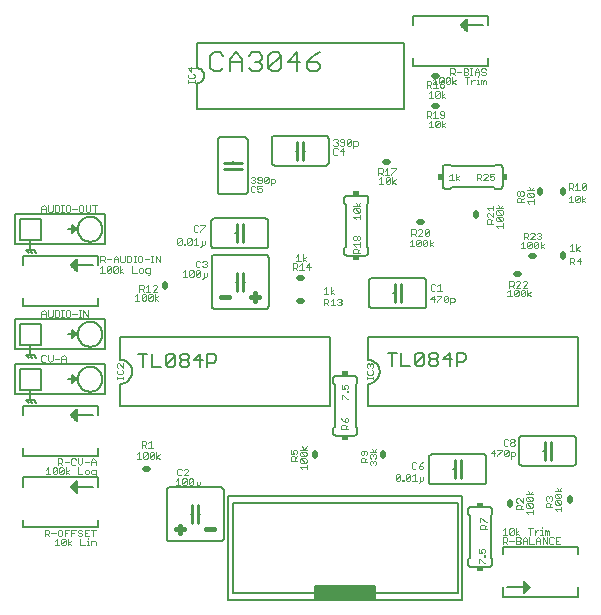
<source format=gto>
G75*
%MOIN*%
%OFA0B0*%
%FSLAX24Y24*%
%IPPOS*%
%LPD*%
%AMOC8*
5,1,8,0,0,1.08239X$1,22.5*
%
%ADD10C,0.0160*%
%ADD11C,0.0060*%
%ADD12C,0.0020*%
%ADD13C,0.0050*%
%ADD14C,0.0070*%
%ADD15R,0.0200X0.0150*%
%ADD16C,0.0100*%
%ADD17C,0.0200*%
%ADD18R,0.0150X0.0200*%
%ADD19R,0.1990X0.0450*%
D10*
X006015Y002515D02*
X006265Y002515D01*
X006140Y002640D02*
X006140Y002390D01*
X007015Y002515D02*
X007265Y002515D01*
X008640Y010140D02*
X008640Y010390D01*
X008515Y010265D02*
X008765Y010265D01*
X007765Y010265D02*
X007515Y010265D01*
D11*
X007190Y009965D02*
X007192Y009948D01*
X007196Y009931D01*
X007203Y009915D01*
X007213Y009901D01*
X007226Y009888D01*
X007240Y009878D01*
X007256Y009871D01*
X007273Y009867D01*
X007290Y009865D01*
X008990Y009865D01*
X009007Y009867D01*
X009024Y009871D01*
X009040Y009878D01*
X009054Y009888D01*
X009067Y009901D01*
X009077Y009915D01*
X009084Y009931D01*
X009088Y009948D01*
X009090Y009965D01*
X009090Y011565D01*
X009088Y011582D01*
X009084Y011599D01*
X009077Y011615D01*
X009067Y011629D01*
X009054Y011642D01*
X009040Y011652D01*
X009024Y011659D01*
X009007Y011663D01*
X008990Y011665D01*
X007290Y011665D01*
X007273Y011663D01*
X007256Y011659D01*
X007240Y011652D01*
X007226Y011642D01*
X007213Y011629D01*
X007203Y011615D01*
X007196Y011599D01*
X007192Y011582D01*
X007190Y011565D01*
X007190Y009965D01*
X007990Y010765D02*
X008040Y010765D01*
X008240Y010765D02*
X008290Y010765D01*
X008980Y011879D02*
X007280Y011879D01*
X007263Y011881D01*
X007246Y011885D01*
X007230Y011892D01*
X007216Y011902D01*
X007203Y011915D01*
X007193Y011929D01*
X007186Y011945D01*
X007182Y011962D01*
X007180Y011979D01*
X007180Y012779D01*
X007182Y012796D01*
X007186Y012813D01*
X007193Y012829D01*
X007203Y012843D01*
X007216Y012856D01*
X007230Y012866D01*
X007246Y012873D01*
X007263Y012877D01*
X007280Y012879D01*
X008980Y012879D01*
X008997Y012877D01*
X009014Y012873D01*
X009030Y012866D01*
X009044Y012856D01*
X009057Y012843D01*
X009067Y012829D01*
X009074Y012813D01*
X009078Y012796D01*
X009080Y012779D01*
X009080Y011979D01*
X009078Y011962D01*
X009074Y011945D01*
X009067Y011929D01*
X009057Y011915D01*
X009044Y011902D01*
X009030Y011892D01*
X009014Y011885D01*
X008997Y011881D01*
X008980Y011879D01*
X008280Y012379D02*
X008230Y012379D01*
X008030Y012379D02*
X007980Y012379D01*
X008290Y013690D02*
X007490Y013690D01*
X007473Y013692D01*
X007456Y013696D01*
X007440Y013703D01*
X007426Y013713D01*
X007413Y013726D01*
X007403Y013740D01*
X007396Y013756D01*
X007392Y013773D01*
X007390Y013790D01*
X007390Y015490D01*
X007392Y015507D01*
X007396Y015524D01*
X007403Y015540D01*
X007413Y015554D01*
X007426Y015567D01*
X007440Y015577D01*
X007456Y015584D01*
X007473Y015588D01*
X007490Y015590D01*
X008290Y015590D01*
X008307Y015588D01*
X008324Y015584D01*
X008340Y015577D01*
X008354Y015567D01*
X008367Y015554D01*
X008377Y015540D01*
X008384Y015524D01*
X008388Y015507D01*
X008390Y015490D01*
X008390Y013790D01*
X008388Y013773D01*
X008384Y013756D01*
X008377Y013740D01*
X008367Y013726D01*
X008354Y013713D01*
X008340Y013703D01*
X008324Y013696D01*
X008307Y013692D01*
X008290Y013690D01*
X007890Y014490D02*
X007890Y014540D01*
X007890Y014740D02*
X007890Y014790D01*
X009190Y014740D02*
X009190Y015540D01*
X009192Y015557D01*
X009196Y015574D01*
X009203Y015590D01*
X009213Y015604D01*
X009226Y015617D01*
X009240Y015627D01*
X009256Y015634D01*
X009273Y015638D01*
X009290Y015640D01*
X010990Y015640D01*
X011007Y015638D01*
X011024Y015634D01*
X011040Y015627D01*
X011054Y015617D01*
X011067Y015604D01*
X011077Y015590D01*
X011084Y015574D01*
X011088Y015557D01*
X011090Y015540D01*
X011090Y014740D01*
X011088Y014723D01*
X011084Y014706D01*
X011077Y014690D01*
X011067Y014676D01*
X011054Y014663D01*
X011040Y014653D01*
X011024Y014646D01*
X011007Y014642D01*
X010990Y014640D01*
X009290Y014640D01*
X009273Y014642D01*
X009256Y014646D01*
X009240Y014653D01*
X009226Y014663D01*
X009213Y014676D01*
X009203Y014690D01*
X009196Y014706D01*
X009192Y014723D01*
X009190Y014740D01*
X009990Y015140D02*
X010040Y015140D01*
X010240Y015140D02*
X010290Y015140D01*
X011715Y013640D02*
X012315Y013640D01*
X012332Y013638D01*
X012349Y013634D01*
X012365Y013627D01*
X012379Y013617D01*
X012392Y013604D01*
X012402Y013590D01*
X012409Y013574D01*
X012413Y013557D01*
X012415Y013540D01*
X012415Y013390D01*
X012365Y013340D01*
X012365Y011940D01*
X012415Y011890D01*
X012415Y011740D01*
X012413Y011723D01*
X012409Y011706D01*
X012402Y011690D01*
X012392Y011676D01*
X012379Y011663D01*
X012365Y011653D01*
X012349Y011646D01*
X012332Y011642D01*
X012315Y011640D01*
X011715Y011640D01*
X011698Y011642D01*
X011681Y011646D01*
X011665Y011653D01*
X011651Y011663D01*
X011638Y011676D01*
X011628Y011690D01*
X011621Y011706D01*
X011617Y011723D01*
X011615Y011740D01*
X011615Y011890D01*
X011665Y011940D01*
X011665Y013340D01*
X011615Y013390D01*
X011615Y013540D01*
X011617Y013557D01*
X011621Y013574D01*
X011628Y013590D01*
X011638Y013604D01*
X011651Y013617D01*
X011665Y013627D01*
X011681Y013634D01*
X011698Y013638D01*
X011715Y013640D01*
X012540Y010890D02*
X014240Y010890D01*
X014257Y010888D01*
X014274Y010884D01*
X014290Y010877D01*
X014304Y010867D01*
X014317Y010854D01*
X014327Y010840D01*
X014334Y010824D01*
X014338Y010807D01*
X014340Y010790D01*
X014340Y009990D01*
X014338Y009973D01*
X014334Y009956D01*
X014327Y009940D01*
X014317Y009926D01*
X014304Y009913D01*
X014290Y009903D01*
X014274Y009896D01*
X014257Y009892D01*
X014240Y009890D01*
X012540Y009890D01*
X012523Y009892D01*
X012506Y009896D01*
X012490Y009903D01*
X012476Y009913D01*
X012463Y009926D01*
X012453Y009940D01*
X012446Y009956D01*
X012442Y009973D01*
X012440Y009990D01*
X012440Y010790D01*
X012442Y010807D01*
X012446Y010824D01*
X012453Y010840D01*
X012463Y010854D01*
X012476Y010867D01*
X012490Y010877D01*
X012506Y010884D01*
X012523Y010888D01*
X012540Y010890D01*
X013240Y010390D02*
X013290Y010390D01*
X013490Y010390D02*
X013540Y010390D01*
X012390Y008915D02*
X012390Y008165D01*
X012429Y008163D01*
X012468Y008157D01*
X012506Y008148D01*
X012543Y008135D01*
X012579Y008118D01*
X012612Y008098D01*
X012644Y008074D01*
X012673Y008048D01*
X012699Y008019D01*
X012723Y007987D01*
X012743Y007954D01*
X012760Y007918D01*
X012773Y007881D01*
X012782Y007843D01*
X012788Y007804D01*
X012790Y007765D01*
X012788Y007726D01*
X012782Y007687D01*
X012773Y007649D01*
X012760Y007612D01*
X012743Y007576D01*
X012723Y007543D01*
X012699Y007511D01*
X012673Y007482D01*
X012644Y007456D01*
X012612Y007432D01*
X012579Y007412D01*
X012543Y007395D01*
X012506Y007382D01*
X012468Y007373D01*
X012429Y007367D01*
X012390Y007365D01*
X012390Y006615D01*
X019390Y006615D01*
X019390Y008915D01*
X012390Y008915D01*
X011940Y007640D02*
X011340Y007640D01*
X011323Y007638D01*
X011306Y007634D01*
X011290Y007627D01*
X011276Y007617D01*
X011263Y007604D01*
X011253Y007590D01*
X011246Y007574D01*
X011242Y007557D01*
X011240Y007540D01*
X011240Y007390D01*
X011290Y007340D01*
X011290Y005940D01*
X011240Y005890D01*
X011240Y005740D01*
X011242Y005723D01*
X011246Y005706D01*
X011253Y005690D01*
X011263Y005676D01*
X011276Y005663D01*
X011290Y005653D01*
X011306Y005646D01*
X011323Y005642D01*
X011340Y005640D01*
X011940Y005640D01*
X011957Y005642D01*
X011974Y005646D01*
X011990Y005653D01*
X012004Y005663D01*
X012017Y005676D01*
X012027Y005690D01*
X012034Y005706D01*
X012038Y005723D01*
X012040Y005740D01*
X012040Y005890D01*
X011990Y005940D01*
X011990Y007340D01*
X012040Y007390D01*
X012040Y007540D01*
X012038Y007557D01*
X012034Y007574D01*
X012027Y007590D01*
X012017Y007604D01*
X012004Y007617D01*
X011990Y007627D01*
X011974Y007634D01*
X011957Y007638D01*
X011940Y007640D01*
X011140Y006615D02*
X011140Y008915D01*
X004140Y008915D01*
X004140Y008165D01*
X004179Y008163D01*
X004218Y008157D01*
X004256Y008148D01*
X004293Y008135D01*
X004329Y008118D01*
X004362Y008098D01*
X004394Y008074D01*
X004423Y008048D01*
X004449Y008019D01*
X004473Y007987D01*
X004493Y007954D01*
X004510Y007918D01*
X004523Y007881D01*
X004532Y007843D01*
X004538Y007804D01*
X004540Y007765D01*
X004538Y007726D01*
X004532Y007687D01*
X004523Y007649D01*
X004510Y007612D01*
X004493Y007576D01*
X004473Y007543D01*
X004449Y007511D01*
X004423Y007482D01*
X004394Y007456D01*
X004362Y007432D01*
X004329Y007412D01*
X004293Y007395D01*
X004256Y007382D01*
X004218Y007373D01*
X004179Y007367D01*
X004140Y007365D01*
X004140Y006615D01*
X011140Y006615D01*
X014440Y004915D02*
X014440Y004115D01*
X014442Y004098D01*
X014446Y004081D01*
X014453Y004065D01*
X014463Y004051D01*
X014476Y004038D01*
X014490Y004028D01*
X014506Y004021D01*
X014523Y004017D01*
X014540Y004015D01*
X016240Y004015D01*
X016257Y004017D01*
X016274Y004021D01*
X016290Y004028D01*
X016304Y004038D01*
X016317Y004051D01*
X016327Y004065D01*
X016334Y004081D01*
X016338Y004098D01*
X016340Y004115D01*
X016340Y004915D01*
X016338Y004932D01*
X016334Y004949D01*
X016327Y004965D01*
X016317Y004979D01*
X016304Y004992D01*
X016290Y005002D01*
X016274Y005009D01*
X016257Y005013D01*
X016240Y005015D01*
X014540Y005015D01*
X014523Y005013D01*
X014506Y005009D01*
X014490Y005002D01*
X014476Y004992D01*
X014463Y004979D01*
X014453Y004965D01*
X014446Y004949D01*
X014442Y004932D01*
X014440Y004915D01*
X015240Y004515D02*
X015290Y004515D01*
X015490Y004515D02*
X015540Y004515D01*
X015840Y003265D02*
X016440Y003265D01*
X016457Y003263D01*
X016474Y003259D01*
X016490Y003252D01*
X016504Y003242D01*
X016517Y003229D01*
X016527Y003215D01*
X016534Y003199D01*
X016538Y003182D01*
X016540Y003165D01*
X016540Y003015D01*
X016490Y002965D01*
X016490Y001565D01*
X016540Y001515D01*
X016540Y001365D01*
X016538Y001348D01*
X016534Y001331D01*
X016527Y001315D01*
X016517Y001301D01*
X016504Y001288D01*
X016490Y001278D01*
X016474Y001271D01*
X016457Y001267D01*
X016440Y001265D01*
X015840Y001265D01*
X015823Y001267D01*
X015806Y001271D01*
X015790Y001278D01*
X015776Y001288D01*
X015763Y001301D01*
X015753Y001315D01*
X015746Y001331D01*
X015742Y001348D01*
X015740Y001365D01*
X015740Y001515D01*
X015790Y001565D01*
X015790Y002965D01*
X015740Y003015D01*
X015740Y003165D01*
X015742Y003182D01*
X015746Y003199D01*
X015753Y003215D01*
X015763Y003229D01*
X015776Y003242D01*
X015790Y003252D01*
X015806Y003259D01*
X015823Y003263D01*
X015840Y003265D01*
X016890Y001940D02*
X016890Y001690D01*
X016890Y001940D02*
X019390Y001940D01*
X019390Y001690D01*
X019390Y000590D02*
X019390Y000270D01*
X016890Y000270D01*
X016890Y000590D01*
X017040Y000590D02*
X017640Y000590D01*
X017640Y000440D01*
X017590Y000390D01*
X017590Y000790D01*
X017640Y000740D01*
X017640Y000590D01*
X017790Y000590D01*
X017740Y000640D01*
X017690Y000690D01*
X017640Y000740D01*
X017690Y000690D02*
X017690Y000490D01*
X017740Y000540D01*
X017740Y000640D01*
X017790Y000590D02*
X017740Y000540D01*
X017690Y000490D02*
X017640Y000440D01*
X017540Y004640D02*
X019240Y004640D01*
X019257Y004642D01*
X019274Y004646D01*
X019290Y004653D01*
X019304Y004663D01*
X019317Y004676D01*
X019327Y004690D01*
X019334Y004706D01*
X019338Y004723D01*
X019340Y004740D01*
X019340Y005540D01*
X019338Y005557D01*
X019334Y005574D01*
X019327Y005590D01*
X019317Y005604D01*
X019304Y005617D01*
X019290Y005627D01*
X019274Y005634D01*
X019257Y005638D01*
X019240Y005640D01*
X017540Y005640D01*
X017523Y005638D01*
X017506Y005634D01*
X017490Y005627D01*
X017476Y005617D01*
X017463Y005604D01*
X017453Y005590D01*
X017446Y005574D01*
X017442Y005557D01*
X017440Y005540D01*
X017440Y004740D01*
X017442Y004723D01*
X017446Y004706D01*
X017453Y004690D01*
X017463Y004676D01*
X017476Y004663D01*
X017490Y004653D01*
X017506Y004646D01*
X017523Y004642D01*
X017540Y004640D01*
X018240Y005140D02*
X018290Y005140D01*
X018490Y005140D02*
X018540Y005140D01*
X016790Y013865D02*
X016640Y013865D01*
X016590Y013915D01*
X015190Y013915D01*
X015140Y013865D01*
X014990Y013865D01*
X014973Y013867D01*
X014956Y013871D01*
X014940Y013878D01*
X014926Y013888D01*
X014913Y013901D01*
X014903Y013915D01*
X014896Y013931D01*
X014892Y013948D01*
X014890Y013965D01*
X014890Y014565D01*
X014892Y014582D01*
X014896Y014599D01*
X014903Y014615D01*
X014913Y014629D01*
X014926Y014642D01*
X014940Y014652D01*
X014956Y014659D01*
X014973Y014663D01*
X014990Y014665D01*
X015140Y014665D01*
X015190Y014615D01*
X016590Y014615D01*
X016640Y014665D01*
X016790Y014665D01*
X016807Y014663D01*
X016824Y014659D01*
X016840Y014652D01*
X016854Y014642D01*
X016867Y014629D01*
X016877Y014615D01*
X016884Y014599D01*
X016888Y014582D01*
X016890Y014565D01*
X016890Y013965D01*
X016888Y013948D01*
X016884Y013931D01*
X016877Y013915D01*
X016867Y013901D01*
X016854Y013888D01*
X016840Y013878D01*
X016824Y013871D01*
X016807Y013867D01*
X016790Y013865D01*
X013590Y016540D02*
X013590Y018740D01*
X006690Y018740D01*
X006690Y017890D01*
X006720Y017888D01*
X006750Y017883D01*
X006779Y017874D01*
X006806Y017861D01*
X006832Y017846D01*
X006856Y017827D01*
X006877Y017806D01*
X006896Y017782D01*
X006911Y017756D01*
X006924Y017729D01*
X006933Y017700D01*
X006938Y017670D01*
X006940Y017640D01*
X006938Y017610D01*
X006933Y017580D01*
X006924Y017551D01*
X006911Y017524D01*
X006896Y017498D01*
X006877Y017474D01*
X006856Y017453D01*
X006832Y017434D01*
X006806Y017419D01*
X006779Y017406D01*
X006750Y017397D01*
X006720Y017392D01*
X006690Y017390D01*
X006690Y016540D01*
X013590Y016540D01*
X013890Y017965D02*
X013890Y018215D01*
X013890Y017965D02*
X016390Y017965D01*
X016390Y018215D01*
X015690Y019115D02*
X015690Y019515D01*
X015640Y019465D01*
X015640Y019315D01*
X015640Y019165D01*
X015690Y019115D01*
X015640Y019165D02*
X015590Y019215D01*
X015540Y019265D01*
X015540Y019365D01*
X015590Y019415D01*
X015640Y019465D01*
X015590Y019415D02*
X015590Y019215D01*
X015540Y019265D02*
X015490Y019315D01*
X015640Y019315D01*
X016240Y019315D01*
X016390Y019315D02*
X016390Y019635D01*
X013890Y019635D01*
X013890Y019315D01*
X015490Y019315D02*
X015540Y019365D01*
X003390Y011635D02*
X003390Y011315D01*
X003240Y011315D02*
X002640Y011315D01*
X002640Y011465D01*
X002690Y011515D01*
X002690Y011115D01*
X002640Y011165D01*
X002640Y011315D01*
X002490Y011315D01*
X002540Y011265D01*
X002590Y011215D01*
X002640Y011165D01*
X002590Y011215D02*
X002590Y011415D01*
X002540Y011365D01*
X002540Y011265D01*
X002490Y011315D02*
X002540Y011365D01*
X002590Y011415D02*
X002640Y011465D01*
X003390Y011635D02*
X000890Y011635D01*
X000890Y011315D01*
X000890Y010215D02*
X000890Y009965D01*
X003390Y009965D01*
X003390Y010215D01*
X003390Y006635D02*
X000890Y006635D01*
X000890Y006315D01*
X000890Y005215D02*
X000890Y004965D01*
X003390Y004965D01*
X003390Y005215D01*
X002690Y006115D02*
X002690Y006515D01*
X002640Y006465D01*
X002640Y006315D01*
X002640Y006165D01*
X002690Y006115D01*
X002640Y006165D02*
X002590Y006215D01*
X002540Y006265D01*
X002540Y006365D01*
X002590Y006415D01*
X002640Y006465D01*
X002590Y006415D02*
X002590Y006215D01*
X002540Y006265D02*
X002490Y006315D01*
X002640Y006315D01*
X003240Y006315D01*
X003390Y006315D02*
X003390Y006635D01*
X002540Y006365D02*
X002490Y006315D01*
X003390Y004260D02*
X000890Y004260D01*
X000890Y003940D01*
X000890Y002840D02*
X000890Y002590D01*
X003390Y002590D01*
X003390Y002840D01*
X002690Y003740D02*
X002690Y004140D01*
X002640Y004090D01*
X002640Y003940D01*
X002640Y003790D01*
X002690Y003740D01*
X002640Y003790D02*
X002590Y003840D01*
X002540Y003890D01*
X002540Y003990D01*
X002590Y004040D01*
X002640Y004090D01*
X002590Y004040D02*
X002590Y003840D01*
X002540Y003890D02*
X002490Y003940D01*
X002640Y003940D01*
X003240Y003940D01*
X003390Y003940D02*
X003390Y004260D01*
X002540Y003990D02*
X002490Y003940D01*
X005690Y003815D02*
X005690Y002215D01*
X005692Y002198D01*
X005696Y002181D01*
X005703Y002165D01*
X005713Y002151D01*
X005726Y002138D01*
X005740Y002128D01*
X005756Y002121D01*
X005773Y002117D01*
X005790Y002115D01*
X007490Y002115D01*
X007507Y002117D01*
X007524Y002121D01*
X007540Y002128D01*
X007554Y002138D01*
X007567Y002151D01*
X007577Y002165D01*
X007584Y002181D01*
X007588Y002198D01*
X007590Y002215D01*
X007590Y003815D01*
X007588Y003832D01*
X007584Y003849D01*
X007577Y003865D01*
X007567Y003879D01*
X007554Y003892D01*
X007540Y003902D01*
X007524Y003909D01*
X007507Y003913D01*
X007490Y003915D01*
X005790Y003915D01*
X005773Y003913D01*
X005756Y003909D01*
X005740Y003902D01*
X005726Y003892D01*
X005713Y003879D01*
X005703Y003865D01*
X005696Y003849D01*
X005692Y003832D01*
X005690Y003815D01*
X006490Y003015D02*
X006540Y003015D01*
X006740Y003015D02*
X006790Y003015D01*
D12*
X002110Y001980D02*
X001964Y001980D01*
X002037Y001980D02*
X002037Y002200D01*
X001964Y002127D01*
X002111Y002280D02*
X002184Y002280D01*
X002221Y002317D01*
X002221Y002463D01*
X002184Y002500D01*
X002111Y002500D01*
X002074Y002463D01*
X002074Y002317D01*
X002111Y002280D01*
X002221Y002200D02*
X002185Y002163D01*
X002185Y002017D01*
X002331Y002163D01*
X002331Y002017D01*
X002295Y001980D01*
X002221Y001980D01*
X002185Y002017D01*
X002221Y002200D02*
X002295Y002200D01*
X002331Y002163D01*
X002406Y002200D02*
X002406Y001980D01*
X002406Y002053D02*
X002516Y001980D01*
X002406Y002053D02*
X002516Y002127D01*
X002516Y002280D02*
X002516Y002500D01*
X002663Y002500D01*
X002737Y002463D02*
X002737Y002427D01*
X002774Y002390D01*
X002847Y002390D01*
X002884Y002353D01*
X002884Y002317D01*
X002847Y002280D01*
X002774Y002280D01*
X002737Y002317D01*
X002811Y002200D02*
X002811Y001980D01*
X002957Y001980D01*
X003032Y001980D02*
X003105Y001980D01*
X003068Y001980D02*
X003068Y002127D01*
X003032Y002127D01*
X003068Y002200D02*
X003068Y002237D01*
X003105Y002280D02*
X002958Y002280D01*
X002958Y002500D01*
X003105Y002500D01*
X003179Y002500D02*
X003326Y002500D01*
X003252Y002500D02*
X003252Y002280D01*
X003289Y002127D02*
X003179Y002127D01*
X003179Y001980D01*
X003326Y001980D02*
X003326Y002090D01*
X003289Y002127D01*
X003031Y002390D02*
X002958Y002390D01*
X002884Y002463D02*
X002847Y002500D01*
X002774Y002500D01*
X002737Y002463D01*
X002589Y002390D02*
X002516Y002390D01*
X002442Y002500D02*
X002295Y002500D01*
X002295Y002280D01*
X002295Y002390D02*
X002368Y002390D01*
X002000Y002390D02*
X001853Y002390D01*
X001779Y002390D02*
X001779Y002463D01*
X001742Y002500D01*
X001632Y002500D01*
X001632Y002280D01*
X001632Y002353D02*
X001742Y002353D01*
X001779Y002390D01*
X001705Y002353D02*
X001779Y002280D01*
X001816Y004355D02*
X001669Y004355D01*
X001742Y004355D02*
X001742Y004575D01*
X001669Y004502D01*
X001890Y004538D02*
X001890Y004392D01*
X002037Y004538D01*
X002037Y004392D01*
X002000Y004355D01*
X001927Y004355D01*
X001890Y004392D01*
X001890Y004538D02*
X001927Y004575D01*
X002000Y004575D01*
X002037Y004538D01*
X002111Y004538D02*
X002148Y004575D01*
X002221Y004575D01*
X002258Y004538D01*
X002111Y004392D01*
X002148Y004355D01*
X002221Y004355D01*
X002258Y004392D01*
X002258Y004538D01*
X002332Y004575D02*
X002332Y004355D01*
X002332Y004428D02*
X002442Y004502D01*
X002332Y004428D02*
X002442Y004355D01*
X002737Y004355D02*
X002737Y004575D01*
X002810Y004655D02*
X002737Y004728D01*
X002737Y004875D01*
X002663Y004838D02*
X002626Y004875D01*
X002553Y004875D01*
X002516Y004838D01*
X002516Y004692D01*
X002553Y004655D01*
X002626Y004655D01*
X002663Y004692D01*
X002810Y004655D02*
X002884Y004728D01*
X002884Y004875D01*
X002958Y004765D02*
X003105Y004765D01*
X003179Y004765D02*
X003326Y004765D01*
X003326Y004802D02*
X003326Y004655D01*
X003326Y004802D02*
X003252Y004875D01*
X003179Y004802D01*
X003179Y004655D01*
X003216Y004502D02*
X003179Y004465D01*
X003179Y004392D01*
X003216Y004355D01*
X003326Y004355D01*
X003326Y004318D02*
X003326Y004502D01*
X003216Y004502D01*
X003105Y004465D02*
X003105Y004392D01*
X003068Y004355D01*
X002995Y004355D01*
X002958Y004392D01*
X002958Y004465D01*
X002995Y004502D01*
X003068Y004502D01*
X003105Y004465D01*
X003252Y004282D02*
X003289Y004282D01*
X003326Y004318D01*
X002884Y004355D02*
X002737Y004355D01*
X002442Y004765D02*
X002295Y004765D01*
X002221Y004765D02*
X002184Y004728D01*
X002074Y004728D01*
X002074Y004655D02*
X002074Y004875D01*
X002184Y004875D01*
X002221Y004838D01*
X002221Y004765D01*
X002147Y004728D02*
X002221Y004655D01*
X002111Y004538D02*
X002111Y004392D01*
X004688Y004862D02*
X004835Y004862D01*
X004761Y004862D02*
X004761Y005082D01*
X004688Y005009D01*
X004909Y005046D02*
X004946Y005082D01*
X005019Y005082D01*
X005056Y005046D01*
X004909Y004899D01*
X004946Y004862D01*
X005019Y004862D01*
X005056Y004899D01*
X005056Y005046D01*
X005130Y005046D02*
X005167Y005082D01*
X005240Y005082D01*
X005277Y005046D01*
X005130Y004899D01*
X005167Y004862D01*
X005240Y004862D01*
X005277Y004899D01*
X005277Y005046D01*
X005351Y005082D02*
X005351Y004862D01*
X005351Y004936D02*
X005461Y005009D01*
X005351Y004936D02*
X005461Y004862D01*
X005130Y004899D02*
X005130Y005046D01*
X005159Y005241D02*
X005159Y005461D01*
X005086Y005387D01*
X005012Y005351D02*
X004975Y005314D01*
X004865Y005314D01*
X004938Y005314D02*
X005012Y005241D01*
X005086Y005241D02*
X005233Y005241D01*
X005012Y005351D02*
X005012Y005424D01*
X004975Y005461D01*
X004865Y005461D01*
X004865Y005241D01*
X004909Y005046D02*
X004909Y004899D01*
X006048Y004499D02*
X006048Y004352D01*
X006085Y004315D01*
X006158Y004315D01*
X006195Y004352D01*
X006269Y004315D02*
X006416Y004462D01*
X006416Y004499D01*
X006379Y004535D01*
X006306Y004535D01*
X006269Y004499D01*
X006195Y004499D02*
X006158Y004535D01*
X006085Y004535D01*
X006048Y004499D01*
X006269Y004315D02*
X006416Y004315D01*
X006472Y004209D02*
X006545Y004209D01*
X006582Y004172D01*
X006435Y004025D01*
X006472Y003989D01*
X006545Y003989D01*
X006582Y004025D01*
X006582Y004172D01*
X006472Y004209D02*
X006435Y004172D01*
X006435Y004025D01*
X006361Y004025D02*
X006324Y003989D01*
X006251Y003989D01*
X006214Y004025D01*
X006361Y004172D01*
X006361Y004025D01*
X006214Y004025D02*
X006214Y004172D01*
X006251Y004209D01*
X006324Y004209D01*
X006361Y004172D01*
X006140Y003989D02*
X005993Y003989D01*
X006066Y003989D02*
X006066Y004209D01*
X005993Y004135D01*
X006656Y003915D02*
X006693Y003952D01*
X006693Y004025D01*
X006729Y003989D01*
X006766Y003989D01*
X006803Y004025D01*
X006803Y004099D01*
X006693Y004099D02*
X006693Y004025D01*
X009829Y004800D02*
X009829Y004910D01*
X009865Y004947D01*
X009939Y004947D01*
X009975Y004910D01*
X009975Y004800D01*
X009975Y004873D02*
X010049Y004947D01*
X010012Y005021D02*
X010049Y005058D01*
X010049Y005131D01*
X010012Y005168D01*
X009939Y005168D01*
X009902Y005131D01*
X009902Y005094D01*
X009939Y005021D01*
X009829Y005021D01*
X009829Y005168D01*
X010137Y005173D02*
X010357Y005173D01*
X010283Y005173D02*
X010210Y005283D01*
X010283Y005173D02*
X010357Y005283D01*
X010320Y005099D02*
X010357Y005062D01*
X010357Y004989D01*
X010320Y004952D01*
X010173Y005099D01*
X010320Y005099D01*
X010173Y005099D02*
X010137Y005062D01*
X010137Y004989D01*
X010173Y004952D01*
X010320Y004952D01*
X010320Y004878D02*
X010357Y004841D01*
X010357Y004768D01*
X010320Y004731D01*
X010173Y004878D01*
X010320Y004878D01*
X010173Y004878D02*
X010137Y004841D01*
X010137Y004768D01*
X010173Y004731D01*
X010320Y004731D01*
X010357Y004657D02*
X010357Y004510D01*
X010357Y004583D02*
X010137Y004583D01*
X010210Y004510D01*
X010049Y004800D02*
X009829Y004800D01*
X011517Y005857D02*
X011517Y005967D01*
X011554Y006004D01*
X011627Y006004D01*
X011664Y005967D01*
X011664Y005857D01*
X011664Y005931D02*
X011738Y006004D01*
X011701Y006078D02*
X011738Y006115D01*
X011738Y006188D01*
X011701Y006225D01*
X011664Y006225D01*
X011627Y006188D01*
X011627Y006078D01*
X011701Y006078D01*
X011627Y006078D02*
X011554Y006152D01*
X011517Y006225D01*
X011517Y005857D02*
X011738Y005857D01*
X012196Y005127D02*
X012159Y005091D01*
X012159Y005017D01*
X012196Y004980D01*
X012233Y004980D01*
X012269Y005017D01*
X012269Y005127D01*
X012196Y005127D02*
X012343Y005127D01*
X012380Y005091D01*
X012380Y005017D01*
X012343Y004980D01*
X012380Y004906D02*
X012306Y004833D01*
X012306Y004870D02*
X012306Y004759D01*
X012380Y004759D02*
X012159Y004759D01*
X012159Y004870D01*
X012196Y004906D01*
X012269Y004906D01*
X012306Y004870D01*
X012467Y004908D02*
X012467Y004981D01*
X012503Y005018D01*
X012540Y005018D01*
X012577Y004981D01*
X012613Y005018D01*
X012650Y005018D01*
X012687Y004981D01*
X012687Y004908D01*
X012650Y004871D01*
X012650Y004797D02*
X012687Y004760D01*
X012687Y004687D01*
X012650Y004650D01*
X012577Y004724D02*
X012577Y004760D01*
X012613Y004797D01*
X012650Y004797D01*
X012577Y004760D02*
X012540Y004797D01*
X012503Y004797D01*
X012467Y004760D01*
X012467Y004687D01*
X012503Y004650D01*
X012503Y004871D02*
X012467Y004908D01*
X012577Y004945D02*
X012577Y004981D01*
X012613Y005092D02*
X012540Y005202D01*
X012467Y005092D02*
X012687Y005092D01*
X012613Y005092D02*
X012687Y005202D01*
X013367Y004353D02*
X013331Y004317D01*
X013331Y004170D01*
X013477Y004317D01*
X013477Y004170D01*
X013441Y004133D01*
X013367Y004133D01*
X013331Y004170D01*
X013367Y004353D02*
X013441Y004353D01*
X013477Y004317D01*
X013552Y004170D02*
X013588Y004170D01*
X013588Y004133D01*
X013552Y004133D01*
X013552Y004170D01*
X013662Y004170D02*
X013809Y004317D01*
X013809Y004170D01*
X013772Y004133D01*
X013699Y004133D01*
X013662Y004170D01*
X013662Y004317D01*
X013699Y004353D01*
X013772Y004353D01*
X013809Y004317D01*
X013883Y004280D02*
X013957Y004353D01*
X013957Y004133D01*
X014030Y004133D02*
X013883Y004133D01*
X014104Y004060D02*
X014141Y004096D01*
X014141Y004170D01*
X014178Y004133D01*
X014214Y004133D01*
X014251Y004170D01*
X014251Y004243D01*
X014141Y004243D02*
X014141Y004170D01*
X014131Y004526D02*
X014204Y004526D01*
X014241Y004563D01*
X014241Y004599D01*
X014204Y004636D01*
X014094Y004636D01*
X014094Y004563D01*
X014131Y004526D01*
X014094Y004636D02*
X014168Y004710D01*
X014241Y004746D01*
X014020Y004710D02*
X013983Y004746D01*
X013910Y004746D01*
X013873Y004710D01*
X013873Y004563D01*
X013910Y004526D01*
X013983Y004526D01*
X014020Y004563D01*
X016150Y002893D02*
X016150Y002746D01*
X016187Y002672D02*
X016260Y002672D01*
X016297Y002635D01*
X016297Y002525D01*
X016370Y002525D02*
X016150Y002525D01*
X016150Y002635D01*
X016187Y002672D01*
X016297Y002598D02*
X016370Y002672D01*
X016370Y002746D02*
X016333Y002746D01*
X016187Y002893D01*
X016150Y002893D01*
X016900Y002477D02*
X016973Y002550D01*
X016973Y002330D01*
X016900Y002330D02*
X017047Y002330D01*
X017121Y002367D02*
X017268Y002513D01*
X017268Y002367D01*
X017231Y002330D01*
X017158Y002330D01*
X017121Y002367D01*
X017121Y002513D01*
X017158Y002550D01*
X017231Y002550D01*
X017268Y002513D01*
X017342Y002550D02*
X017342Y002330D01*
X017342Y002403D02*
X017452Y002477D01*
X017342Y002403D02*
X017452Y002330D01*
X017452Y002250D02*
X017489Y002213D01*
X017489Y002177D01*
X017452Y002140D01*
X017342Y002140D01*
X017268Y002140D02*
X017121Y002140D01*
X017047Y002140D02*
X017010Y002103D01*
X016900Y002103D01*
X016900Y002030D02*
X016900Y002250D01*
X017010Y002250D01*
X017047Y002213D01*
X017047Y002140D01*
X016973Y002103D02*
X017047Y002030D01*
X017342Y002030D02*
X017452Y002030D01*
X017489Y002067D01*
X017489Y002103D01*
X017452Y002140D01*
X017452Y002250D02*
X017342Y002250D01*
X017342Y002030D01*
X017563Y002030D02*
X017563Y002177D01*
X017636Y002250D01*
X017710Y002177D01*
X017710Y002030D01*
X017784Y002030D02*
X017784Y002250D01*
X017821Y002330D02*
X017821Y002550D01*
X017894Y002550D02*
X017747Y002550D01*
X017968Y002477D02*
X017968Y002330D01*
X017968Y002403D02*
X018042Y002477D01*
X018078Y002477D01*
X018152Y002477D02*
X018189Y002477D01*
X018189Y002330D01*
X018152Y002330D02*
X018226Y002330D01*
X018300Y002330D02*
X018300Y002477D01*
X018336Y002477D01*
X018373Y002440D01*
X018410Y002477D01*
X018446Y002440D01*
X018446Y002330D01*
X018373Y002330D02*
X018373Y002440D01*
X018373Y002250D02*
X018373Y002030D01*
X018226Y002250D01*
X018226Y002030D01*
X018152Y002030D02*
X018152Y002177D01*
X018078Y002250D01*
X018005Y002177D01*
X018005Y002030D01*
X017931Y002030D02*
X017784Y002030D01*
X017710Y002140D02*
X017563Y002140D01*
X018005Y002140D02*
X018152Y002140D01*
X018447Y002213D02*
X018447Y002067D01*
X018484Y002030D01*
X018557Y002030D01*
X018594Y002067D01*
X018668Y002030D02*
X018815Y002030D01*
X018741Y002140D02*
X018668Y002140D01*
X018594Y002213D02*
X018557Y002250D01*
X018484Y002250D01*
X018447Y002213D01*
X018668Y002250D02*
X018668Y002030D01*
X018668Y002250D02*
X018815Y002250D01*
X018189Y002550D02*
X018189Y002587D01*
X017888Y003014D02*
X017888Y003161D01*
X017888Y003088D02*
X017668Y003088D01*
X017741Y003014D01*
X017705Y003235D02*
X017668Y003272D01*
X017668Y003346D01*
X017705Y003382D01*
X017851Y003235D01*
X017888Y003272D01*
X017888Y003346D01*
X017851Y003382D01*
X017705Y003382D01*
X017705Y003456D02*
X017668Y003493D01*
X017668Y003567D01*
X017705Y003603D01*
X017851Y003456D01*
X017888Y003493D01*
X017888Y003567D01*
X017851Y003603D01*
X017705Y003603D01*
X017668Y003677D02*
X017888Y003677D01*
X017815Y003677D02*
X017741Y003788D01*
X017815Y003677D02*
X017888Y003788D01*
X017851Y003456D02*
X017705Y003456D01*
X017573Y003399D02*
X017573Y003546D01*
X017573Y003399D02*
X017426Y003546D01*
X017390Y003546D01*
X017353Y003509D01*
X017353Y003436D01*
X017390Y003399D01*
X017390Y003325D02*
X017463Y003325D01*
X017500Y003288D01*
X017500Y003178D01*
X017573Y003178D02*
X017353Y003178D01*
X017353Y003288D01*
X017390Y003325D01*
X017500Y003251D02*
X017573Y003325D01*
X017705Y003235D02*
X017851Y003235D01*
X018322Y003249D02*
X018322Y003359D01*
X018359Y003396D01*
X018432Y003396D01*
X018469Y003359D01*
X018469Y003249D01*
X018542Y003249D02*
X018322Y003249D01*
X018469Y003323D02*
X018542Y003396D01*
X018506Y003470D02*
X018542Y003507D01*
X018542Y003580D01*
X018506Y003617D01*
X018469Y003617D01*
X018432Y003580D01*
X018432Y003544D01*
X018432Y003580D02*
X018395Y003617D01*
X018359Y003617D01*
X018322Y003580D01*
X018322Y003507D01*
X018359Y003470D01*
X018633Y003449D02*
X018633Y003376D01*
X018670Y003339D01*
X018817Y003339D01*
X018670Y003486D01*
X018817Y003486D01*
X018853Y003449D01*
X018853Y003376D01*
X018817Y003339D01*
X018853Y003265D02*
X018853Y003118D01*
X018853Y003191D02*
X018633Y003191D01*
X018706Y003118D01*
X018633Y003449D02*
X018670Y003486D01*
X018670Y003560D02*
X018633Y003597D01*
X018633Y003670D01*
X018670Y003707D01*
X018817Y003560D01*
X018853Y003597D01*
X018853Y003670D01*
X018817Y003707D01*
X018670Y003707D01*
X018633Y003781D02*
X018853Y003781D01*
X018780Y003781D02*
X018706Y003891D01*
X018780Y003781D02*
X018853Y003891D01*
X018817Y003560D02*
X018670Y003560D01*
X017273Y004944D02*
X017163Y004944D01*
X017163Y004870D02*
X017163Y005090D01*
X017273Y005090D01*
X017310Y005054D01*
X017310Y004980D01*
X017273Y004944D01*
X017089Y004980D02*
X017089Y005127D01*
X016942Y004980D01*
X016979Y004944D01*
X017052Y004944D01*
X017089Y004980D01*
X016942Y004980D02*
X016942Y005127D01*
X016979Y005164D01*
X017052Y005164D01*
X017089Y005127D01*
X017032Y005299D02*
X017069Y005335D01*
X017032Y005299D02*
X016959Y005299D01*
X016922Y005335D01*
X016922Y005482D01*
X016959Y005519D01*
X017032Y005519D01*
X017069Y005482D01*
X017143Y005482D02*
X017143Y005445D01*
X017180Y005409D01*
X017253Y005409D01*
X017290Y005372D01*
X017290Y005335D01*
X017253Y005299D01*
X017180Y005299D01*
X017143Y005335D01*
X017143Y005372D01*
X017180Y005409D01*
X017253Y005409D02*
X017290Y005445D01*
X017290Y005482D01*
X017253Y005519D01*
X017180Y005519D01*
X017143Y005482D01*
X016868Y005164D02*
X016868Y005127D01*
X016721Y004980D01*
X016721Y004944D01*
X016610Y004944D02*
X016610Y005164D01*
X016500Y005054D01*
X016647Y005054D01*
X016721Y005164D02*
X016868Y005164D01*
X016283Y001863D02*
X016320Y001827D01*
X016320Y001753D01*
X016283Y001716D01*
X016210Y001716D02*
X016173Y001790D01*
X016173Y001827D01*
X016210Y001863D01*
X016283Y001863D01*
X016210Y001716D02*
X016100Y001716D01*
X016100Y001863D01*
X016283Y001643D02*
X016320Y001643D01*
X016320Y001606D01*
X016283Y001606D01*
X016283Y001643D01*
X016137Y001532D02*
X016283Y001385D01*
X016320Y001385D01*
X016100Y001385D02*
X016100Y001532D01*
X016137Y001532D01*
X011754Y006860D02*
X011717Y006860D01*
X011570Y007007D01*
X011534Y007007D01*
X011534Y006860D01*
X011717Y007081D02*
X011717Y007117D01*
X011754Y007117D01*
X011754Y007081D01*
X011717Y007081D01*
X011717Y007191D02*
X011754Y007228D01*
X011754Y007301D01*
X011717Y007338D01*
X011644Y007338D01*
X011607Y007301D01*
X011607Y007265D01*
X011644Y007191D01*
X011534Y007191D01*
X011534Y007338D01*
X012366Y007526D02*
X012366Y007600D01*
X012366Y007563D02*
X012586Y007563D01*
X012586Y007526D02*
X012586Y007600D01*
X012549Y007674D02*
X012586Y007711D01*
X012586Y007784D01*
X012549Y007821D01*
X012549Y007895D02*
X012586Y007931D01*
X012586Y008005D01*
X012549Y008042D01*
X012512Y008042D01*
X012476Y008005D01*
X012476Y007968D01*
X012476Y008005D02*
X012439Y008042D01*
X012402Y008042D01*
X012366Y008005D01*
X012366Y007931D01*
X012402Y007895D01*
X012402Y007821D02*
X012366Y007784D01*
X012366Y007711D01*
X012402Y007674D01*
X012549Y007674D01*
X011487Y009985D02*
X011414Y009985D01*
X011377Y010022D01*
X011303Y009985D02*
X011156Y009985D01*
X011229Y009985D02*
X011229Y010205D01*
X011156Y010132D01*
X011082Y010168D02*
X011082Y010095D01*
X011045Y010058D01*
X010935Y010058D01*
X010935Y009985D02*
X010935Y010205D01*
X011045Y010205D01*
X011082Y010168D01*
X011008Y010058D02*
X011082Y009985D01*
X011377Y010168D02*
X011414Y010205D01*
X011487Y010205D01*
X011524Y010168D01*
X011524Y010132D01*
X011487Y010095D01*
X011524Y010058D01*
X011524Y010022D01*
X011487Y009985D01*
X011487Y010095D02*
X011450Y010095D01*
X011266Y010365D02*
X011156Y010438D01*
X011266Y010512D01*
X011156Y010585D02*
X011156Y010365D01*
X011082Y010365D02*
X010935Y010365D01*
X011008Y010365D02*
X011008Y010585D01*
X010935Y010512D01*
X010452Y011160D02*
X010452Y011380D01*
X010342Y011270D01*
X010489Y011270D01*
X010341Y011460D02*
X010231Y011533D01*
X010341Y011607D01*
X010231Y011680D02*
X010231Y011460D01*
X010157Y011460D02*
X010010Y011460D01*
X010083Y011460D02*
X010083Y011680D01*
X010010Y011607D01*
X010010Y011380D02*
X009900Y011380D01*
X009900Y011160D01*
X009900Y011233D02*
X010010Y011233D01*
X010047Y011270D01*
X010047Y011343D01*
X010010Y011380D01*
X010121Y011307D02*
X010194Y011380D01*
X010194Y011160D01*
X010121Y011160D02*
X010268Y011160D01*
X010047Y011160D02*
X009973Y011233D01*
X011918Y011713D02*
X011918Y011823D01*
X011954Y011860D01*
X012028Y011860D01*
X012064Y011823D01*
X012064Y011713D01*
X012064Y011787D02*
X012138Y011860D01*
X012138Y011934D02*
X012138Y012081D01*
X012138Y012008D02*
X011918Y012008D01*
X011991Y011934D01*
X011991Y012155D02*
X011954Y012155D01*
X011918Y012192D01*
X011918Y012265D01*
X011954Y012302D01*
X011991Y012302D01*
X012028Y012265D01*
X012028Y012192D01*
X011991Y012155D01*
X012028Y012192D02*
X012064Y012155D01*
X012101Y012155D01*
X012138Y012192D01*
X012138Y012265D01*
X012101Y012302D01*
X012064Y012302D01*
X012028Y012265D01*
X012138Y011713D02*
X011918Y011713D01*
X011994Y012853D02*
X011921Y012926D01*
X012141Y012926D01*
X012141Y012853D02*
X012141Y012999D01*
X012104Y013074D02*
X011958Y013220D01*
X012104Y013220D01*
X012141Y013184D01*
X012141Y013110D01*
X012104Y013074D01*
X011958Y013074D01*
X011921Y013110D01*
X011921Y013184D01*
X011958Y013220D01*
X011921Y013295D02*
X012141Y013295D01*
X012068Y013295D02*
X011994Y013405D01*
X012068Y013295D02*
X012141Y013405D01*
X012774Y014034D02*
X012920Y014034D01*
X012847Y014034D02*
X012847Y014254D01*
X012774Y014180D01*
X012745Y014326D02*
X012745Y014546D01*
X012855Y014546D01*
X012891Y014509D01*
X012891Y014436D01*
X012855Y014399D01*
X012745Y014399D01*
X012818Y014399D02*
X012891Y014326D01*
X012965Y014326D02*
X013112Y014326D01*
X013105Y014254D02*
X013141Y014217D01*
X012995Y014070D01*
X013031Y014034D01*
X013105Y014034D01*
X013141Y014070D01*
X013141Y014217D01*
X013105Y014254D02*
X013031Y014254D01*
X012995Y014217D01*
X012995Y014070D01*
X013216Y014034D02*
X013216Y014254D01*
X013186Y014326D02*
X013186Y014362D01*
X013333Y014509D01*
X013333Y014546D01*
X013186Y014546D01*
X013039Y014546D02*
X013039Y014326D01*
X012965Y014472D02*
X013039Y014546D01*
X013326Y014180D02*
X013216Y014107D01*
X013326Y014034D01*
X013852Y012513D02*
X013962Y012513D01*
X013998Y012476D01*
X013998Y012403D01*
X013962Y012366D01*
X013852Y012366D01*
X013925Y012366D02*
X013998Y012292D01*
X014073Y012292D02*
X014219Y012439D01*
X014219Y012476D01*
X014183Y012513D01*
X014109Y012513D01*
X014073Y012476D01*
X014073Y012292D02*
X014219Y012292D01*
X014294Y012329D02*
X014440Y012476D01*
X014440Y012329D01*
X014404Y012292D01*
X014330Y012292D01*
X014294Y012329D01*
X014294Y012476D01*
X014330Y012513D01*
X014404Y012513D01*
X014440Y012476D01*
X014457Y012171D02*
X014457Y011951D01*
X014457Y012024D02*
X014567Y012098D01*
X014457Y012024D02*
X014567Y011951D01*
X014383Y011988D02*
X014383Y012134D01*
X014236Y011988D01*
X014272Y011951D01*
X014346Y011951D01*
X014383Y011988D01*
X014383Y012134D02*
X014346Y012171D01*
X014272Y012171D01*
X014236Y012134D01*
X014236Y011988D01*
X014162Y011988D02*
X014125Y011951D01*
X014051Y011951D01*
X014015Y011988D01*
X014162Y012134D01*
X014162Y011988D01*
X014162Y012134D02*
X014125Y012171D01*
X014051Y012171D01*
X014015Y012134D01*
X014015Y011988D01*
X013941Y011951D02*
X013794Y011951D01*
X013867Y011951D02*
X013867Y012171D01*
X013794Y012098D01*
X013852Y012292D02*
X013852Y012513D01*
X015117Y014143D02*
X015264Y014143D01*
X015191Y014143D02*
X015191Y014363D01*
X015117Y014289D01*
X015338Y014216D02*
X015448Y014289D01*
X015338Y014216D02*
X015448Y014143D01*
X015338Y014143D02*
X015338Y014363D01*
X016029Y014372D02*
X016029Y014152D01*
X016029Y014225D02*
X016139Y014225D01*
X016175Y014262D01*
X016175Y014335D01*
X016139Y014372D01*
X016029Y014372D01*
X016102Y014225D02*
X016175Y014152D01*
X016250Y014152D02*
X016396Y014298D01*
X016396Y014335D01*
X016360Y014372D01*
X016286Y014372D01*
X016250Y014335D01*
X016250Y014152D02*
X016396Y014152D01*
X016471Y014188D02*
X016507Y014152D01*
X016581Y014152D01*
X016617Y014188D01*
X016617Y014262D01*
X016581Y014298D01*
X016544Y014298D01*
X016471Y014262D01*
X016471Y014372D01*
X016617Y014372D01*
X017368Y013746D02*
X017404Y013782D01*
X017441Y013782D01*
X017478Y013746D01*
X017478Y013672D01*
X017441Y013636D01*
X017404Y013636D01*
X017368Y013672D01*
X017368Y013746D01*
X017478Y013746D02*
X017515Y013782D01*
X017551Y013782D01*
X017588Y013746D01*
X017588Y013672D01*
X017551Y013636D01*
X017515Y013636D01*
X017478Y013672D01*
X017478Y013561D02*
X017515Y013525D01*
X017515Y013415D01*
X017588Y013415D02*
X017368Y013415D01*
X017368Y013525D01*
X017404Y013561D01*
X017478Y013561D01*
X017515Y013488D02*
X017588Y013561D01*
X017704Y013630D02*
X017704Y013703D01*
X017740Y013740D01*
X017887Y013593D01*
X017924Y013630D01*
X017924Y013703D01*
X017887Y013740D01*
X017740Y013740D01*
X017704Y013814D02*
X017924Y013814D01*
X017850Y013814D02*
X017777Y013924D01*
X017850Y013814D02*
X017924Y013924D01*
X017887Y013593D02*
X017740Y013593D01*
X017704Y013630D01*
X017704Y013445D02*
X017924Y013445D01*
X017924Y013372D02*
X017924Y013519D01*
X017777Y013372D02*
X017704Y013445D01*
X016892Y013336D02*
X016819Y013226D01*
X016745Y013336D01*
X016672Y013226D02*
X016892Y013226D01*
X016855Y013151D02*
X016892Y013115D01*
X016892Y013041D01*
X016855Y013005D01*
X016709Y013151D01*
X016855Y013151D01*
X016855Y013005D02*
X016709Y013005D01*
X016672Y013041D01*
X016672Y013115D01*
X016709Y013151D01*
X016580Y013144D02*
X016580Y013291D01*
X016580Y013217D02*
X016360Y013217D01*
X016433Y013144D01*
X016433Y013070D02*
X016397Y013070D01*
X016360Y013033D01*
X016360Y012960D01*
X016397Y012923D01*
X016397Y012849D02*
X016470Y012849D01*
X016507Y012812D01*
X016507Y012702D01*
X016580Y012702D02*
X016360Y012702D01*
X016360Y012812D01*
X016397Y012849D01*
X016507Y012775D02*
X016580Y012849D01*
X016580Y012923D02*
X016433Y013070D01*
X016580Y013070D02*
X016580Y012923D01*
X016672Y012894D02*
X016709Y012930D01*
X016855Y012784D01*
X016892Y012820D01*
X016892Y012894D01*
X016855Y012930D01*
X016709Y012930D01*
X016672Y012894D02*
X016672Y012820D01*
X016709Y012784D01*
X016855Y012784D01*
X016892Y012709D02*
X016892Y012563D01*
X016892Y012636D02*
X016672Y012636D01*
X016745Y012563D01*
X017492Y012030D02*
X017565Y012104D01*
X017565Y011883D01*
X017492Y011883D02*
X017639Y011883D01*
X017713Y011920D02*
X017860Y012067D01*
X017860Y011920D01*
X017823Y011883D01*
X017750Y011883D01*
X017713Y011920D01*
X017713Y012067D01*
X017750Y012104D01*
X017823Y012104D01*
X017860Y012067D01*
X017934Y012067D02*
X017934Y011920D01*
X018081Y012067D01*
X018081Y011920D01*
X018044Y011883D01*
X017971Y011883D01*
X017934Y011920D01*
X017934Y012067D02*
X017971Y012104D01*
X018044Y012104D01*
X018081Y012067D01*
X018155Y012104D02*
X018155Y011883D01*
X018155Y011957D02*
X018265Y012030D01*
X018155Y011957D02*
X018265Y011883D01*
X018140Y012186D02*
X018066Y012186D01*
X018030Y012223D01*
X017956Y012186D02*
X017809Y012186D01*
X017956Y012333D01*
X017956Y012369D01*
X017919Y012406D01*
X017845Y012406D01*
X017809Y012369D01*
X017735Y012369D02*
X017735Y012296D01*
X017698Y012259D01*
X017588Y012259D01*
X017588Y012186D02*
X017588Y012406D01*
X017698Y012406D01*
X017735Y012369D01*
X017661Y012259D02*
X017735Y012186D01*
X018030Y012369D02*
X018066Y012406D01*
X018140Y012406D01*
X018177Y012369D01*
X018177Y012333D01*
X018140Y012296D01*
X018177Y012259D01*
X018177Y012223D01*
X018140Y012186D01*
X018140Y012296D02*
X018103Y012296D01*
X019095Y013411D02*
X019242Y013411D01*
X019168Y013411D02*
X019168Y013631D01*
X019095Y013558D01*
X019316Y013595D02*
X019353Y013631D01*
X019426Y013631D01*
X019463Y013595D01*
X019316Y013448D01*
X019353Y013411D01*
X019426Y013411D01*
X019463Y013448D01*
X019463Y013595D01*
X019537Y013631D02*
X019537Y013411D01*
X019537Y013485D02*
X019647Y013411D01*
X019537Y013485D02*
X019647Y013558D01*
X019640Y013825D02*
X019567Y013825D01*
X019530Y013862D01*
X019677Y014009D01*
X019677Y013862D01*
X019640Y013825D01*
X019530Y013862D02*
X019530Y014009D01*
X019567Y014046D01*
X019640Y014046D01*
X019677Y014009D01*
X019456Y013825D02*
X019309Y013825D01*
X019383Y013825D02*
X019383Y014046D01*
X019309Y013972D01*
X019235Y013936D02*
X019198Y013899D01*
X019088Y013899D01*
X019088Y013825D02*
X019088Y014046D01*
X019198Y014046D01*
X019235Y014009D01*
X019235Y013936D01*
X019162Y013899D02*
X019235Y013825D01*
X019316Y013595D02*
X019316Y013448D01*
X019352Y012015D02*
X019352Y011795D01*
X019352Y011869D02*
X019462Y011795D01*
X019352Y011869D02*
X019462Y011942D01*
X019277Y011795D02*
X019131Y011795D01*
X019204Y011795D02*
X019204Y012015D01*
X019131Y011942D01*
X019136Y011574D02*
X019246Y011574D01*
X019283Y011538D01*
X019283Y011464D01*
X019246Y011428D01*
X019136Y011428D01*
X019136Y011354D02*
X019136Y011574D01*
X019210Y011428D02*
X019283Y011354D01*
X019357Y011464D02*
X019504Y011464D01*
X019467Y011354D02*
X019467Y011574D01*
X019357Y011464D01*
X017827Y010427D02*
X017717Y010353D01*
X017827Y010280D01*
X017717Y010280D02*
X017717Y010500D01*
X017708Y010566D02*
X017562Y010566D01*
X017708Y010713D01*
X017708Y010750D01*
X017672Y010787D01*
X017598Y010787D01*
X017562Y010750D01*
X017487Y010750D02*
X017451Y010787D01*
X017377Y010787D01*
X017341Y010750D01*
X017266Y010750D02*
X017266Y010677D01*
X017230Y010640D01*
X017120Y010640D01*
X017193Y010640D02*
X017266Y010566D01*
X017341Y010566D02*
X017487Y010713D01*
X017487Y010750D01*
X017487Y010566D02*
X017341Y010566D01*
X017312Y010500D02*
X017385Y010500D01*
X017422Y010463D01*
X017275Y010317D01*
X017312Y010280D01*
X017385Y010280D01*
X017422Y010317D01*
X017422Y010463D01*
X017496Y010463D02*
X017533Y010500D01*
X017606Y010500D01*
X017643Y010463D01*
X017496Y010317D01*
X017533Y010280D01*
X017606Y010280D01*
X017643Y010317D01*
X017643Y010463D01*
X017496Y010463D02*
X017496Y010317D01*
X017275Y010317D02*
X017275Y010463D01*
X017312Y010500D01*
X017128Y010500D02*
X017128Y010280D01*
X017201Y010280D02*
X017054Y010280D01*
X017054Y010427D02*
X017128Y010500D01*
X017120Y010566D02*
X017120Y010787D01*
X017230Y010787D01*
X017266Y010750D01*
X015290Y010192D02*
X015290Y010119D01*
X015253Y010082D01*
X015143Y010082D01*
X015143Y010008D02*
X015143Y010229D01*
X015253Y010229D01*
X015290Y010192D01*
X015069Y010265D02*
X014922Y010119D01*
X014959Y010082D01*
X015032Y010082D01*
X015069Y010119D01*
X015069Y010265D01*
X015032Y010302D01*
X014959Y010302D01*
X014922Y010265D01*
X014922Y010119D01*
X014848Y010265D02*
X014701Y010119D01*
X014701Y010082D01*
X014590Y010082D02*
X014590Y010302D01*
X014480Y010192D01*
X014627Y010192D01*
X014701Y010302D02*
X014848Y010302D01*
X014848Y010265D01*
X014867Y010469D02*
X014720Y010469D01*
X014794Y010469D02*
X014794Y010689D01*
X014720Y010616D01*
X014646Y010652D02*
X014609Y010689D01*
X014536Y010689D01*
X014499Y010652D01*
X014499Y010506D01*
X014536Y010469D01*
X014609Y010469D01*
X014646Y010506D01*
X011581Y015000D02*
X011581Y015220D01*
X011471Y015110D01*
X011618Y015110D01*
X011581Y015300D02*
X011508Y015300D01*
X011471Y015337D01*
X011397Y015337D02*
X011360Y015300D01*
X011287Y015300D01*
X011250Y015337D01*
X011323Y015410D02*
X011360Y015410D01*
X011397Y015373D01*
X011397Y015337D01*
X011360Y015410D02*
X011397Y015447D01*
X011397Y015483D01*
X011360Y015520D01*
X011287Y015520D01*
X011250Y015483D01*
X011471Y015483D02*
X011471Y015447D01*
X011508Y015410D01*
X011618Y015410D01*
X011618Y015337D02*
X011618Y015483D01*
X011581Y015520D01*
X011508Y015520D01*
X011471Y015483D01*
X011618Y015337D02*
X011581Y015300D01*
X011692Y015337D02*
X011839Y015483D01*
X011839Y015337D01*
X011802Y015300D01*
X011729Y015300D01*
X011692Y015337D01*
X011692Y015483D01*
X011729Y015520D01*
X011802Y015520D01*
X011839Y015483D01*
X011913Y015447D02*
X012023Y015447D01*
X012060Y015410D01*
X012060Y015337D01*
X012023Y015300D01*
X011913Y015300D01*
X011913Y015227D02*
X011913Y015447D01*
X011397Y015183D02*
X011360Y015220D01*
X011287Y015220D01*
X011250Y015183D01*
X011250Y015037D01*
X011287Y015000D01*
X011360Y015000D01*
X011397Y015037D01*
X009310Y014160D02*
X009310Y014087D01*
X009273Y014050D01*
X009163Y014050D01*
X009163Y013977D02*
X009163Y014197D01*
X009273Y014197D01*
X009310Y014160D01*
X009089Y014087D02*
X009052Y014050D01*
X008979Y014050D01*
X008942Y014087D01*
X009089Y014233D01*
X009089Y014087D01*
X009089Y014233D02*
X009052Y014270D01*
X008979Y014270D01*
X008942Y014233D01*
X008942Y014087D01*
X008868Y014087D02*
X008868Y014233D01*
X008831Y014270D01*
X008758Y014270D01*
X008721Y014233D01*
X008721Y014197D01*
X008758Y014160D01*
X008868Y014160D01*
X008868Y014087D02*
X008831Y014050D01*
X008758Y014050D01*
X008721Y014087D01*
X008647Y014087D02*
X008610Y014050D01*
X008537Y014050D01*
X008500Y014087D01*
X008573Y014160D02*
X008610Y014160D01*
X008647Y014123D01*
X008647Y014087D01*
X008610Y014160D02*
X008647Y014197D01*
X008647Y014233D01*
X008610Y014270D01*
X008537Y014270D01*
X008500Y014233D01*
X008537Y013970D02*
X008500Y013933D01*
X008500Y013787D01*
X008537Y013750D01*
X008610Y013750D01*
X008647Y013787D01*
X008721Y013787D02*
X008758Y013750D01*
X008831Y013750D01*
X008868Y013787D01*
X008868Y013860D01*
X008831Y013897D01*
X008794Y013897D01*
X008721Y013860D01*
X008721Y013970D01*
X008868Y013970D01*
X008647Y013933D02*
X008610Y013970D01*
X008537Y013970D01*
X006966Y012644D02*
X006966Y012608D01*
X006819Y012461D01*
X006819Y012424D01*
X006745Y012461D02*
X006708Y012424D01*
X006635Y012424D01*
X006598Y012461D01*
X006598Y012608D01*
X006635Y012644D01*
X006708Y012644D01*
X006745Y012608D01*
X006819Y012644D02*
X006966Y012644D01*
X006672Y012219D02*
X006672Y011999D01*
X006745Y011999D02*
X006598Y011999D01*
X006524Y012036D02*
X006487Y011999D01*
X006414Y011999D01*
X006377Y012036D01*
X006524Y012183D01*
X006524Y012036D01*
X006598Y012146D02*
X006672Y012219D01*
X006524Y012183D02*
X006487Y012219D01*
X006414Y012219D01*
X006377Y012183D01*
X006377Y012036D01*
X006303Y012036D02*
X006303Y011999D01*
X006267Y011999D01*
X006267Y012036D01*
X006303Y012036D01*
X006193Y012036D02*
X006156Y011999D01*
X006082Y011999D01*
X006046Y012036D01*
X006193Y012183D01*
X006193Y012036D01*
X006193Y012183D02*
X006156Y012219D01*
X006082Y012219D01*
X006046Y012183D01*
X006046Y012036D01*
X005473Y011629D02*
X005473Y011409D01*
X005326Y011629D01*
X005326Y011409D01*
X005252Y011409D02*
X005179Y011409D01*
X005216Y011409D02*
X005216Y011629D01*
X005252Y011629D02*
X005179Y011629D01*
X005105Y011519D02*
X004958Y011519D01*
X004884Y011446D02*
X004884Y011592D01*
X004847Y011629D01*
X004774Y011629D01*
X004737Y011592D01*
X004737Y011446D01*
X004774Y011409D01*
X004847Y011409D01*
X004884Y011446D01*
X004663Y011409D02*
X004590Y011409D01*
X004626Y011409D02*
X004626Y011629D01*
X004590Y011629D02*
X004663Y011629D01*
X004515Y011592D02*
X004479Y011629D01*
X004369Y011629D01*
X004369Y011409D01*
X004479Y011409D01*
X004515Y011446D01*
X004515Y011592D01*
X004294Y011629D02*
X004294Y011446D01*
X004258Y011409D01*
X004184Y011409D01*
X004148Y011446D01*
X004148Y011629D01*
X004073Y011556D02*
X004000Y011629D01*
X003927Y011556D01*
X003927Y011409D01*
X003927Y011519D02*
X004073Y011519D01*
X004073Y011556D02*
X004073Y011409D01*
X004029Y011288D02*
X004065Y011251D01*
X003919Y011105D01*
X003955Y011068D01*
X004029Y011068D01*
X004065Y011105D01*
X004065Y011251D01*
X004029Y011288D02*
X003955Y011288D01*
X003919Y011251D01*
X003919Y011105D01*
X003844Y011105D02*
X003808Y011068D01*
X003734Y011068D01*
X003698Y011105D01*
X003844Y011251D01*
X003844Y011105D01*
X003844Y011251D02*
X003808Y011288D01*
X003734Y011288D01*
X003698Y011251D01*
X003698Y011105D01*
X003623Y011068D02*
X003477Y011068D01*
X003550Y011068D02*
X003550Y011288D01*
X003477Y011215D01*
X003485Y011409D02*
X003485Y011629D01*
X003595Y011629D01*
X003631Y011592D01*
X003631Y011519D01*
X003595Y011482D01*
X003485Y011482D01*
X003558Y011482D02*
X003631Y011409D01*
X003706Y011519D02*
X003852Y011519D01*
X004140Y011288D02*
X004140Y011068D01*
X004140Y011141D02*
X004250Y011215D01*
X004140Y011141D02*
X004250Y011068D01*
X004545Y011068D02*
X004545Y011288D01*
X004545Y011068D02*
X004691Y011068D01*
X004766Y011105D02*
X004802Y011068D01*
X004876Y011068D01*
X004912Y011105D01*
X004912Y011178D01*
X004876Y011215D01*
X004802Y011215D01*
X004766Y011178D01*
X004766Y011105D01*
X004987Y011105D02*
X005023Y011068D01*
X005133Y011068D01*
X005133Y011031D02*
X005133Y011215D01*
X005023Y011215D01*
X004987Y011178D01*
X004987Y011105D01*
X005060Y010994D02*
X005097Y010994D01*
X005133Y011031D01*
X005081Y010655D02*
X005081Y010435D01*
X005154Y010435D02*
X005007Y010435D01*
X004933Y010435D02*
X004860Y010508D01*
X004896Y010508D02*
X004786Y010508D01*
X004786Y010435D02*
X004786Y010655D01*
X004896Y010655D01*
X004933Y010619D01*
X004933Y010545D01*
X004896Y010508D01*
X005007Y010582D02*
X005081Y010655D01*
X005228Y010619D02*
X005265Y010655D01*
X005338Y010655D01*
X005375Y010619D01*
X005375Y010582D01*
X005228Y010435D01*
X005375Y010435D01*
X005303Y010359D02*
X005303Y010138D01*
X005303Y010212D02*
X005413Y010285D01*
X005303Y010212D02*
X005413Y010138D01*
X005229Y010175D02*
X005229Y010322D01*
X005082Y010175D01*
X005119Y010138D01*
X005192Y010138D01*
X005229Y010175D01*
X005229Y010322D02*
X005192Y010359D01*
X005119Y010359D01*
X005082Y010322D01*
X005082Y010175D01*
X005008Y010175D02*
X004971Y010138D01*
X004898Y010138D01*
X004861Y010175D01*
X005008Y010322D01*
X005008Y010175D01*
X005008Y010322D02*
X004971Y010359D01*
X004898Y010359D01*
X004861Y010322D01*
X004861Y010175D01*
X004787Y010138D02*
X004640Y010138D01*
X004713Y010138D02*
X004713Y010359D01*
X004640Y010285D01*
X003066Y009815D02*
X003066Y009595D01*
X002920Y009815D01*
X002920Y009595D01*
X002846Y009595D02*
X002772Y009595D01*
X002809Y009595D02*
X002809Y009815D01*
X002772Y009815D02*
X002846Y009815D01*
X002698Y009705D02*
X002551Y009705D01*
X002477Y009632D02*
X002477Y009778D01*
X002440Y009815D01*
X002367Y009815D01*
X002330Y009778D01*
X002330Y009632D01*
X002367Y009595D01*
X002440Y009595D01*
X002477Y009632D01*
X002256Y009595D02*
X002183Y009595D01*
X002220Y009595D02*
X002220Y009815D01*
X002256Y009815D02*
X002183Y009815D01*
X002109Y009778D02*
X002072Y009815D01*
X001962Y009815D01*
X001962Y009595D01*
X002072Y009595D01*
X002109Y009632D01*
X002109Y009778D01*
X001888Y009815D02*
X001888Y009632D01*
X001851Y009595D01*
X001778Y009595D01*
X001741Y009632D01*
X001741Y009815D01*
X001667Y009742D02*
X001667Y009595D01*
X001667Y009705D02*
X001520Y009705D01*
X001520Y009742D02*
X001593Y009815D01*
X001667Y009742D01*
X001520Y009742D02*
X001520Y009595D01*
X001557Y008315D02*
X001520Y008278D01*
X001520Y008132D01*
X001557Y008095D01*
X001630Y008095D01*
X001667Y008132D01*
X001741Y008168D02*
X001814Y008095D01*
X001888Y008168D01*
X001888Y008315D01*
X001962Y008205D02*
X002109Y008205D01*
X002183Y008205D02*
X002330Y008205D01*
X002330Y008242D02*
X002330Y008095D01*
X002330Y008242D02*
X002256Y008315D01*
X002183Y008242D01*
X002183Y008095D01*
X001741Y008168D02*
X001741Y008315D01*
X001667Y008278D02*
X001630Y008315D01*
X001557Y008315D01*
X004034Y008011D02*
X004034Y007937D01*
X004070Y007901D01*
X004070Y007827D02*
X004034Y007790D01*
X004034Y007716D01*
X004070Y007680D01*
X004217Y007680D01*
X004254Y007716D01*
X004254Y007790D01*
X004217Y007827D01*
X004254Y007901D02*
X004107Y008048D01*
X004070Y008048D01*
X004034Y008011D01*
X004254Y008048D02*
X004254Y007901D01*
X004254Y007606D02*
X004254Y007532D01*
X004254Y007569D02*
X004034Y007569D01*
X004034Y007532D02*
X004034Y007606D01*
X006222Y010936D02*
X006369Y010936D01*
X006295Y010936D02*
X006295Y011156D01*
X006222Y011083D01*
X006443Y011119D02*
X006443Y010973D01*
X006590Y011119D01*
X006590Y010973D01*
X006553Y010936D01*
X006480Y010936D01*
X006443Y010973D01*
X006443Y011119D02*
X006480Y011156D01*
X006553Y011156D01*
X006590Y011119D01*
X006664Y011119D02*
X006701Y011156D01*
X006774Y011156D01*
X006811Y011119D01*
X006664Y010973D01*
X006701Y010936D01*
X006774Y010936D01*
X006811Y010973D01*
X006811Y011119D01*
X006774Y011246D02*
X006811Y011282D01*
X006774Y011246D02*
X006701Y011246D01*
X006664Y011282D01*
X006664Y011429D01*
X006701Y011466D01*
X006774Y011466D01*
X006811Y011429D01*
X006885Y011429D02*
X006922Y011466D01*
X006995Y011466D01*
X007032Y011429D01*
X007032Y011392D01*
X006995Y011356D01*
X007032Y011319D01*
X007032Y011282D01*
X006995Y011246D01*
X006922Y011246D01*
X006885Y011282D01*
X006958Y011356D02*
X006995Y011356D01*
X007032Y011046D02*
X007032Y010973D01*
X006995Y010936D01*
X006958Y010936D01*
X006922Y010973D01*
X006922Y010899D01*
X006885Y010863D01*
X006922Y010973D02*
X006922Y011046D01*
X006664Y010973D02*
X006664Y011119D01*
X006819Y011926D02*
X006856Y011962D01*
X006856Y012036D01*
X006893Y011999D01*
X006929Y011999D01*
X006966Y012036D01*
X006966Y012109D01*
X006856Y012109D02*
X006856Y012036D01*
X003361Y013315D02*
X003214Y013315D01*
X003288Y013315D02*
X003288Y013095D01*
X003140Y013132D02*
X003140Y013315D01*
X002993Y013315D02*
X002993Y013132D01*
X003030Y013095D01*
X003103Y013095D01*
X003140Y013132D01*
X002919Y013132D02*
X002919Y013278D01*
X002882Y013315D01*
X002809Y013315D01*
X002772Y013278D01*
X002772Y013132D01*
X002809Y013095D01*
X002882Y013095D01*
X002919Y013132D01*
X002698Y013205D02*
X002551Y013205D01*
X002477Y013132D02*
X002477Y013278D01*
X002440Y013315D01*
X002367Y013315D01*
X002330Y013278D01*
X002330Y013132D01*
X002367Y013095D01*
X002440Y013095D01*
X002477Y013132D01*
X002256Y013095D02*
X002183Y013095D01*
X002220Y013095D02*
X002220Y013315D01*
X002256Y013315D02*
X002183Y013315D01*
X002109Y013278D02*
X002072Y013315D01*
X001962Y013315D01*
X001962Y013095D01*
X002072Y013095D01*
X002109Y013132D01*
X002109Y013278D01*
X001888Y013315D02*
X001888Y013132D01*
X001851Y013095D01*
X001778Y013095D01*
X001741Y013132D01*
X001741Y013315D01*
X001667Y013242D02*
X001667Y013095D01*
X001667Y013205D02*
X001520Y013205D01*
X001520Y013242D02*
X001520Y013095D01*
X001520Y013242D02*
X001593Y013315D01*
X001667Y013242D01*
X006402Y017403D02*
X006402Y017476D01*
X006402Y017439D02*
X006622Y017439D01*
X006622Y017403D02*
X006622Y017476D01*
X006585Y017550D02*
X006622Y017587D01*
X006622Y017660D01*
X006585Y017697D01*
X006512Y017771D02*
X006512Y017918D01*
X006622Y017881D02*
X006402Y017881D01*
X006512Y017771D01*
X006438Y017697D02*
X006402Y017660D01*
X006402Y017587D01*
X006438Y017550D01*
X006585Y017550D01*
X014365Y017460D02*
X014365Y017240D01*
X014365Y017313D02*
X014475Y017313D01*
X014512Y017350D01*
X014512Y017423D01*
X014475Y017460D01*
X014365Y017460D01*
X014439Y017313D02*
X014512Y017240D01*
X014586Y017240D02*
X014733Y017240D01*
X014660Y017240D02*
X014660Y017460D01*
X014586Y017387D01*
X014558Y017355D02*
X014705Y017355D01*
X014632Y017355D02*
X014632Y017575D01*
X014558Y017502D01*
X014779Y017538D02*
X014779Y017392D01*
X014926Y017538D01*
X014926Y017392D01*
X014890Y017355D01*
X014816Y017355D01*
X014779Y017392D01*
X014807Y017350D02*
X014917Y017350D01*
X014954Y017313D01*
X014954Y017277D01*
X014917Y017240D01*
X014844Y017240D01*
X014807Y017277D01*
X014807Y017350D01*
X014881Y017423D01*
X014954Y017460D01*
X015000Y017392D02*
X015000Y017538D01*
X015037Y017575D01*
X015110Y017575D01*
X015147Y017538D01*
X015000Y017392D01*
X015037Y017355D01*
X015110Y017355D01*
X015147Y017392D01*
X015147Y017538D01*
X015221Y017575D02*
X015221Y017355D01*
X015221Y017428D02*
X015331Y017502D01*
X015221Y017428D02*
X015331Y017355D01*
X014978Y017044D02*
X014868Y016971D01*
X014978Y016897D01*
X014868Y016897D02*
X014868Y017118D01*
X014794Y017081D02*
X014647Y016934D01*
X014684Y016897D01*
X014757Y016897D01*
X014794Y016934D01*
X014794Y017081D01*
X014757Y017118D01*
X014684Y017118D01*
X014647Y017081D01*
X014647Y016934D01*
X014573Y016897D02*
X014426Y016897D01*
X014499Y016897D02*
X014499Y017118D01*
X014426Y017044D01*
X014779Y017538D02*
X014816Y017575D01*
X014890Y017575D01*
X014926Y017538D01*
X015148Y017655D02*
X015148Y017875D01*
X015258Y017875D01*
X015295Y017838D01*
X015295Y017765D01*
X015258Y017728D01*
X015148Y017728D01*
X015221Y017728D02*
X015295Y017655D01*
X015369Y017765D02*
X015516Y017765D01*
X015590Y017765D02*
X015700Y017765D01*
X015736Y017728D01*
X015736Y017692D01*
X015700Y017655D01*
X015590Y017655D01*
X015590Y017875D01*
X015700Y017875D01*
X015736Y017838D01*
X015736Y017802D01*
X015700Y017765D01*
X015811Y017655D02*
X015884Y017655D01*
X015847Y017655D02*
X015847Y017875D01*
X015811Y017875D02*
X015884Y017875D01*
X015958Y017802D02*
X016031Y017875D01*
X016105Y017802D01*
X016105Y017655D01*
X016068Y017612D02*
X016068Y017575D01*
X016068Y017502D02*
X016068Y017355D01*
X016032Y017355D02*
X016105Y017355D01*
X016179Y017355D02*
X016179Y017502D01*
X016216Y017502D01*
X016252Y017465D01*
X016289Y017502D01*
X016326Y017465D01*
X016326Y017355D01*
X016252Y017355D02*
X016252Y017465D01*
X016068Y017502D02*
X016032Y017502D01*
X015958Y017502D02*
X015921Y017502D01*
X015848Y017428D01*
X015848Y017355D02*
X015848Y017502D01*
X015773Y017575D02*
X015627Y017575D01*
X015700Y017575D02*
X015700Y017355D01*
X015958Y017655D02*
X015958Y017802D01*
X015958Y017765D02*
X016105Y017765D01*
X016179Y017802D02*
X016216Y017765D01*
X016289Y017765D01*
X016326Y017728D01*
X016326Y017692D01*
X016289Y017655D01*
X016216Y017655D01*
X016179Y017692D01*
X016179Y017802D02*
X016179Y017838D01*
X016216Y017875D01*
X016289Y017875D01*
X016326Y017838D01*
X014912Y016449D02*
X014948Y016412D01*
X014948Y016265D01*
X014912Y016229D01*
X014838Y016229D01*
X014802Y016265D01*
X014838Y016339D02*
X014948Y016339D01*
X014838Y016339D02*
X014802Y016375D01*
X014802Y016412D01*
X014838Y016449D01*
X014912Y016449D01*
X014654Y016449D02*
X014581Y016375D01*
X014507Y016339D02*
X014470Y016302D01*
X014360Y016302D01*
X014433Y016302D02*
X014507Y016229D01*
X014581Y016229D02*
X014728Y016229D01*
X014654Y016229D02*
X014654Y016449D01*
X014507Y016412D02*
X014507Y016339D01*
X014507Y016412D02*
X014470Y016449D01*
X014360Y016449D01*
X014360Y016229D01*
X014505Y016134D02*
X014505Y015914D01*
X014578Y015914D02*
X014431Y015914D01*
X014431Y016061D02*
X014505Y016134D01*
X014652Y016098D02*
X014652Y015951D01*
X014799Y016098D01*
X014799Y015951D01*
X014763Y015914D01*
X014689Y015914D01*
X014652Y015951D01*
X014652Y016098D02*
X014689Y016134D01*
X014763Y016134D01*
X014799Y016098D01*
X014873Y016134D02*
X014873Y015914D01*
X014873Y015988D02*
X014984Y016061D01*
X014873Y015988D02*
X014984Y015914D01*
D13*
X015123Y008407D02*
X014898Y008182D01*
X015198Y008182D01*
X015359Y008107D02*
X015584Y008107D01*
X015659Y008182D01*
X015659Y008332D01*
X015584Y008407D01*
X015359Y008407D01*
X015359Y007957D01*
X015123Y007957D02*
X015123Y008407D01*
X014738Y008332D02*
X014738Y008257D01*
X014663Y008182D01*
X014513Y008182D01*
X014438Y008257D01*
X014438Y008332D01*
X014513Y008407D01*
X014663Y008407D01*
X014738Y008332D01*
X014663Y008182D02*
X014738Y008107D01*
X014738Y008032D01*
X014663Y007957D01*
X014513Y007957D01*
X014438Y008032D01*
X014438Y008107D01*
X014513Y008182D01*
X014278Y008032D02*
X014203Y007957D01*
X014052Y007957D01*
X013977Y008032D01*
X014278Y008332D01*
X014278Y008032D01*
X014278Y008332D02*
X014203Y008407D01*
X014052Y008407D01*
X013977Y008332D01*
X013977Y008032D01*
X013817Y007957D02*
X013517Y007957D01*
X013517Y008407D01*
X013357Y008407D02*
X013057Y008407D01*
X013207Y008407D02*
X013207Y007957D01*
X015546Y003609D02*
X015546Y000171D01*
X007734Y000171D01*
X007734Y003609D01*
X015546Y003609D01*
X015390Y003390D02*
X015390Y000390D01*
X012640Y000390D01*
X010640Y000390D01*
X007890Y000390D01*
X007890Y003390D01*
X015390Y003390D01*
X012640Y000640D02*
X012640Y000390D01*
X012640Y000180D01*
X012390Y000180D02*
X012390Y000640D01*
X012640Y000640D01*
X012390Y000640D02*
X012140Y000640D01*
X012140Y000180D01*
X011890Y000180D02*
X011890Y000640D01*
X012140Y000640D01*
X011890Y000640D02*
X011640Y000640D01*
X011640Y000180D01*
X011390Y000180D02*
X011390Y000640D01*
X011640Y000640D01*
X011390Y000640D02*
X011140Y000640D01*
X011140Y000180D01*
X010890Y000180D02*
X010890Y000640D01*
X011140Y000640D01*
X010890Y000640D02*
X010640Y000640D01*
X010640Y000390D01*
X010640Y000180D01*
X003640Y007015D02*
X003640Y008015D01*
X000640Y008015D01*
X000640Y007015D01*
X003640Y007015D01*
X002728Y007515D02*
X002730Y007555D01*
X002736Y007595D01*
X002746Y007635D01*
X002759Y007673D01*
X002777Y007709D01*
X002797Y007744D01*
X002822Y007776D01*
X002849Y007806D01*
X002879Y007833D01*
X002911Y007858D01*
X002946Y007878D01*
X002982Y007896D01*
X003020Y007909D01*
X003060Y007919D01*
X003100Y007925D01*
X003140Y007927D01*
X003180Y007925D01*
X003220Y007919D01*
X003260Y007909D01*
X003298Y007896D01*
X003334Y007878D01*
X003369Y007858D01*
X003401Y007833D01*
X003431Y007806D01*
X003458Y007776D01*
X003483Y007744D01*
X003503Y007709D01*
X003521Y007673D01*
X003534Y007635D01*
X003544Y007595D01*
X003550Y007555D01*
X003552Y007515D01*
X003550Y007475D01*
X003544Y007435D01*
X003534Y007395D01*
X003521Y007357D01*
X003503Y007321D01*
X003483Y007286D01*
X003458Y007254D01*
X003431Y007224D01*
X003401Y007197D01*
X003369Y007172D01*
X003334Y007152D01*
X003298Y007134D01*
X003260Y007121D01*
X003220Y007111D01*
X003180Y007105D01*
X003140Y007103D01*
X003100Y007105D01*
X003060Y007111D01*
X003020Y007121D01*
X002982Y007134D01*
X002946Y007152D01*
X002911Y007172D01*
X002879Y007197D01*
X002849Y007224D01*
X002822Y007254D01*
X002797Y007286D01*
X002777Y007321D01*
X002759Y007357D01*
X002746Y007395D01*
X002736Y007435D01*
X002730Y007475D01*
X002728Y007515D01*
X002690Y007515D02*
X002640Y007515D01*
X002550Y007585D01*
X002550Y007655D01*
X002690Y007515D01*
X002550Y007375D01*
X002550Y007435D01*
X002640Y007515D01*
X002400Y007515D01*
X002550Y007585D02*
X002550Y007435D01*
X001490Y007165D02*
X001490Y007865D01*
X000790Y007865D01*
X000790Y007165D01*
X001140Y007165D01*
X001140Y006840D01*
X001215Y006715D01*
X001340Y006715D02*
X001265Y006840D01*
X001140Y006840D01*
X001015Y006840D01*
X001090Y006715D01*
X001140Y007165D02*
X001490Y007165D01*
X001340Y008215D02*
X001265Y008340D01*
X001140Y008340D01*
X001215Y008215D01*
X001090Y008215D02*
X001015Y008340D01*
X001140Y008340D01*
X001140Y008665D01*
X001490Y008665D01*
X001490Y009365D01*
X000790Y009365D01*
X000790Y008665D01*
X001140Y008665D01*
X000640Y008515D02*
X003640Y008515D01*
X003640Y009515D01*
X000640Y009515D01*
X000640Y008515D01*
X002400Y009015D02*
X002640Y009015D01*
X002550Y009085D01*
X002550Y009155D01*
X002690Y009015D01*
X002640Y009015D01*
X002550Y008935D01*
X002550Y009085D01*
X002550Y008935D02*
X002550Y008875D01*
X002690Y009015D01*
X002728Y009015D02*
X002730Y009055D01*
X002736Y009095D01*
X002746Y009135D01*
X002759Y009173D01*
X002777Y009209D01*
X002797Y009244D01*
X002822Y009276D01*
X002849Y009306D01*
X002879Y009333D01*
X002911Y009358D01*
X002946Y009378D01*
X002982Y009396D01*
X003020Y009409D01*
X003060Y009419D01*
X003100Y009425D01*
X003140Y009427D01*
X003180Y009425D01*
X003220Y009419D01*
X003260Y009409D01*
X003298Y009396D01*
X003334Y009378D01*
X003369Y009358D01*
X003401Y009333D01*
X003431Y009306D01*
X003458Y009276D01*
X003483Y009244D01*
X003503Y009209D01*
X003521Y009173D01*
X003534Y009135D01*
X003544Y009095D01*
X003550Y009055D01*
X003552Y009015D01*
X003550Y008975D01*
X003544Y008935D01*
X003534Y008895D01*
X003521Y008857D01*
X003503Y008821D01*
X003483Y008786D01*
X003458Y008754D01*
X003431Y008724D01*
X003401Y008697D01*
X003369Y008672D01*
X003334Y008652D01*
X003298Y008634D01*
X003260Y008621D01*
X003220Y008611D01*
X003180Y008605D01*
X003140Y008603D01*
X003100Y008605D01*
X003060Y008611D01*
X003020Y008621D01*
X002982Y008634D01*
X002946Y008652D01*
X002911Y008672D01*
X002879Y008697D01*
X002849Y008724D01*
X002822Y008754D01*
X002797Y008786D01*
X002777Y008821D01*
X002759Y008857D01*
X002746Y008895D01*
X002736Y008935D01*
X002730Y008975D01*
X002728Y009015D01*
X004749Y008370D02*
X005049Y008370D01*
X004899Y008370D02*
X004899Y007919D01*
X005209Y007919D02*
X005209Y008370D01*
X005209Y007919D02*
X005509Y007919D01*
X005669Y007994D02*
X005970Y008295D01*
X005970Y007994D01*
X005895Y007919D01*
X005744Y007919D01*
X005669Y007994D01*
X005669Y008295D01*
X005744Y008370D01*
X005895Y008370D01*
X005970Y008295D01*
X006130Y008295D02*
X006130Y008219D01*
X006205Y008144D01*
X006355Y008144D01*
X006430Y008069D01*
X006430Y007994D01*
X006355Y007919D01*
X006205Y007919D01*
X006130Y007994D01*
X006130Y008069D01*
X006205Y008144D01*
X006355Y008144D02*
X006430Y008219D01*
X006430Y008295D01*
X006355Y008370D01*
X006205Y008370D01*
X006130Y008295D01*
X006590Y008144D02*
X006890Y008144D01*
X007051Y008069D02*
X007276Y008069D01*
X007351Y008144D01*
X007351Y008295D01*
X007276Y008370D01*
X007051Y008370D01*
X007051Y007919D01*
X006815Y007919D02*
X006815Y008370D01*
X006590Y008144D01*
X003640Y012015D02*
X003640Y013015D01*
X000640Y013015D01*
X000640Y012015D01*
X003640Y012015D01*
X002728Y012515D02*
X002730Y012555D01*
X002736Y012595D01*
X002746Y012635D01*
X002759Y012673D01*
X002777Y012709D01*
X002797Y012744D01*
X002822Y012776D01*
X002849Y012806D01*
X002879Y012833D01*
X002911Y012858D01*
X002946Y012878D01*
X002982Y012896D01*
X003020Y012909D01*
X003060Y012919D01*
X003100Y012925D01*
X003140Y012927D01*
X003180Y012925D01*
X003220Y012919D01*
X003260Y012909D01*
X003298Y012896D01*
X003334Y012878D01*
X003369Y012858D01*
X003401Y012833D01*
X003431Y012806D01*
X003458Y012776D01*
X003483Y012744D01*
X003503Y012709D01*
X003521Y012673D01*
X003534Y012635D01*
X003544Y012595D01*
X003550Y012555D01*
X003552Y012515D01*
X003550Y012475D01*
X003544Y012435D01*
X003534Y012395D01*
X003521Y012357D01*
X003503Y012321D01*
X003483Y012286D01*
X003458Y012254D01*
X003431Y012224D01*
X003401Y012197D01*
X003369Y012172D01*
X003334Y012152D01*
X003298Y012134D01*
X003260Y012121D01*
X003220Y012111D01*
X003180Y012105D01*
X003140Y012103D01*
X003100Y012105D01*
X003060Y012111D01*
X003020Y012121D01*
X002982Y012134D01*
X002946Y012152D01*
X002911Y012172D01*
X002879Y012197D01*
X002849Y012224D01*
X002822Y012254D01*
X002797Y012286D01*
X002777Y012321D01*
X002759Y012357D01*
X002746Y012395D01*
X002736Y012435D01*
X002730Y012475D01*
X002728Y012515D01*
X002690Y012515D02*
X002640Y012515D01*
X002550Y012585D01*
X002550Y012655D01*
X002690Y012515D01*
X002550Y012375D01*
X002550Y012435D01*
X002640Y012515D01*
X002400Y012515D01*
X002550Y012585D02*
X002550Y012435D01*
X001490Y012165D02*
X001490Y012865D01*
X000790Y012865D01*
X000790Y012165D01*
X001140Y012165D01*
X001140Y011840D01*
X001215Y011715D01*
X001340Y011715D02*
X001265Y011840D01*
X001140Y011840D01*
X001015Y011840D01*
X001090Y011715D01*
X001140Y012165D02*
X001490Y012165D01*
D14*
X007151Y017884D02*
X007256Y017779D01*
X007466Y017779D01*
X007571Y017884D01*
X007795Y017779D02*
X007795Y018199D01*
X008006Y018410D01*
X008216Y018199D01*
X008216Y017779D01*
X008440Y017884D02*
X008545Y017779D01*
X008755Y017779D01*
X008860Y017884D01*
X008860Y017989D01*
X008755Y018094D01*
X008650Y018094D01*
X008755Y018094D02*
X008860Y018199D01*
X008860Y018305D01*
X008755Y018410D01*
X008545Y018410D01*
X008440Y018305D01*
X008216Y018094D02*
X007795Y018094D01*
X007571Y018305D02*
X007466Y018410D01*
X007256Y018410D01*
X007151Y018305D01*
X007151Y017884D01*
X009084Y017884D02*
X009505Y018305D01*
X009505Y017884D01*
X009400Y017779D01*
X009190Y017779D01*
X009084Y017884D01*
X009084Y018305D01*
X009190Y018410D01*
X009400Y018410D01*
X009505Y018305D01*
X009729Y018094D02*
X010149Y018094D01*
X010044Y017779D02*
X010044Y018410D01*
X009729Y018094D01*
X010374Y018094D02*
X010374Y017884D01*
X010479Y017779D01*
X010689Y017779D01*
X010794Y017884D01*
X010794Y017989D01*
X010689Y018094D01*
X010374Y018094D01*
X010584Y018305D01*
X010794Y018410D01*
D15*
X012015Y013715D03*
X012015Y011565D03*
X011640Y007715D03*
X011640Y005565D03*
X016140Y003340D03*
X016140Y001190D03*
D16*
X015490Y004215D02*
X015490Y004515D01*
X015490Y004815D01*
X015290Y004815D02*
X015290Y004515D01*
X015290Y004215D01*
X018290Y004840D02*
X018290Y005140D01*
X018290Y005440D01*
X018490Y005440D02*
X018490Y005140D01*
X018490Y004840D01*
X013490Y010090D02*
X013490Y010390D01*
X013490Y010690D01*
X013290Y010690D02*
X013290Y010390D01*
X013290Y010090D01*
X010240Y014840D02*
X010240Y015140D01*
X010240Y015440D01*
X010040Y015440D02*
X010040Y015140D01*
X010040Y014840D01*
X008190Y014740D02*
X007890Y014740D01*
X007590Y014740D01*
X007590Y014540D02*
X007890Y014540D01*
X008190Y014540D01*
X008230Y012679D02*
X008230Y012379D01*
X008230Y012079D01*
X008030Y012079D02*
X008030Y012379D01*
X008030Y012679D01*
X008040Y011065D02*
X008040Y010765D01*
X008040Y010465D01*
X008240Y010465D02*
X008240Y010765D01*
X008240Y011065D01*
X006740Y003315D02*
X006740Y003015D01*
X006740Y002715D01*
X006540Y002715D02*
X006540Y003015D01*
X006540Y003315D01*
D17*
X005065Y004515D02*
X004965Y004515D01*
X010090Y010140D02*
X010190Y010140D01*
X010190Y010890D02*
X010090Y010890D01*
X012965Y014765D02*
X013065Y014765D01*
X014590Y016640D02*
X014690Y016640D01*
X014690Y017640D02*
X014590Y017640D01*
X018140Y013815D02*
X018140Y013715D01*
X018890Y013715D02*
X018890Y013815D01*
X018890Y011690D02*
X018890Y011590D01*
X017940Y011640D02*
X017840Y011640D01*
X017440Y011015D02*
X017340Y011015D01*
X016015Y012965D02*
X016015Y013065D01*
X014190Y012765D02*
X014090Y012765D01*
X012890Y005065D02*
X012890Y004965D01*
X010640Y004965D02*
X010640Y005065D01*
X005640Y010590D02*
X005640Y010690D01*
X017140Y003440D02*
X017140Y003340D01*
X019140Y003465D02*
X019140Y003565D01*
D18*
X016965Y014265D03*
X014815Y014265D03*
D19*
X011645Y000405D03*
M02*

</source>
